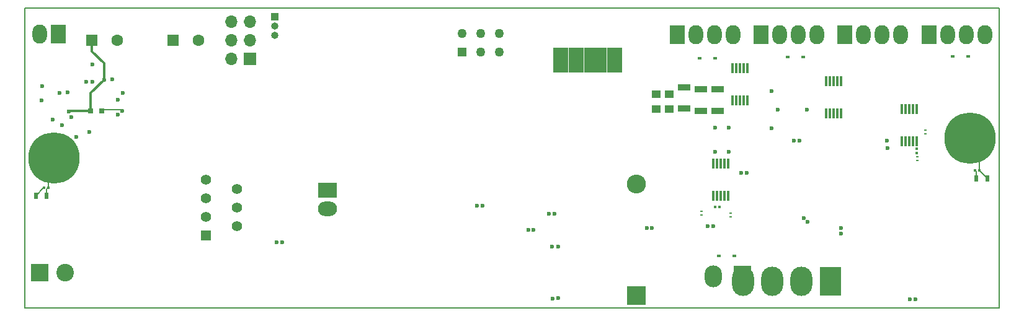
<source format=gbr>
G04 #@! TF.FileFunction,Copper,L6,Bot,Signal*
%FSLAX46Y46*%
G04 Gerber Fmt 4.6, Leading zero omitted, Abs format (unit mm)*
G04 Created by KiCad (PCBNEW 4.0.7) date 06/14/18 22:28:00*
%MOMM*%
%LPD*%
G01*
G04 APERTURE LIST*
%ADD10C,0.100000*%
%ADD11C,0.150000*%
%ADD12R,0.800000X0.750000*%
%ADD13R,1.600000X1.600000*%
%ADD14C,1.600000*%
%ADD15R,0.300000X0.350000*%
%ADD16R,1.250000X1.000000*%
%ADD17R,0.350000X0.300000*%
%ADD18R,2.600000X2.600000*%
%ADD19O,2.600000X2.600000*%
%ADD20R,0.300000X1.450000*%
%ADD21C,7.000000*%
%ADD22R,1.700000X1.700000*%
%ADD23O,1.700000X1.700000*%
%ADD24R,1.000000X1.000000*%
%ADD25O,1.000000X1.000000*%
%ADD26R,2.350000X3.000000*%
%ADD27O,2.350000X3.000000*%
%ADD28C,1.270000*%
%ADD29R,1.270000X1.270000*%
%ADD30R,2.000000X2.600000*%
%ADD31O,2.000000X2.600000*%
%ADD32R,0.430000X0.280000*%
%ADD33R,0.500000X0.900000*%
%ADD34R,1.700000X0.900000*%
%ADD35R,1.397000X1.397000*%
%ADD36C,1.397000*%
%ADD37R,1.100000X0.890000*%
%ADD38R,2.600000X2.000000*%
%ADD39O,2.600000X2.000000*%
%ADD40C,2.400000*%
%ADD41R,2.400000X2.400000*%
%ADD42R,0.600000X0.450000*%
%ADD43R,3.000000X4.000000*%
%ADD44O,3.000000X4.000000*%
%ADD45C,0.600000*%
%ADD46C,0.159000*%
%ADD47C,0.300000*%
G04 APERTURE END LIST*
D10*
D11*
X25000000Y-164000000D02*
X25000000Y-123000000D01*
X158000000Y-164000000D02*
X25000000Y-164000000D01*
X158000000Y-123000000D02*
X158000000Y-164000000D01*
X25000000Y-123000000D02*
X158000000Y-123000000D01*
D12*
X35460000Y-137060000D03*
X33960000Y-137060000D03*
D13*
X45200000Y-127450000D03*
D14*
X48700000Y-127450000D03*
D15*
X119220000Y-150210000D03*
X119780000Y-150210000D03*
D13*
X34100000Y-127450000D03*
D14*
X37600000Y-127450000D03*
D16*
X111180000Y-134800000D03*
X111180000Y-136800000D03*
X112980000Y-134800000D03*
X112980000Y-136800000D03*
D17*
X146740000Y-142280000D03*
X146740000Y-142840000D03*
D15*
X154690000Y-145190000D03*
X155250000Y-145190000D03*
D18*
X108490000Y-162350000D03*
D19*
X108490000Y-147110000D03*
D20*
X118960000Y-144300000D03*
X119460000Y-144300000D03*
X119960000Y-144300000D03*
X120460000Y-144300000D03*
X120960000Y-144300000D03*
X120960000Y-148700000D03*
X120460000Y-148700000D03*
X119960000Y-148700000D03*
X119460000Y-148700000D03*
X118960000Y-148700000D03*
X121580000Y-131200000D03*
X122080000Y-131200000D03*
X122580000Y-131200000D03*
X123080000Y-131200000D03*
X123580000Y-131200000D03*
X123580000Y-135600000D03*
X123080000Y-135600000D03*
X122580000Y-135600000D03*
X122080000Y-135600000D03*
X121580000Y-135600000D03*
X134400000Y-132980000D03*
X134900000Y-132980000D03*
X135400000Y-132980000D03*
X135900000Y-132980000D03*
X136400000Y-132980000D03*
X136400000Y-137380000D03*
X135900000Y-137380000D03*
X135400000Y-137380000D03*
X134900000Y-137380000D03*
X134400000Y-137380000D03*
D21*
X154010000Y-140810000D03*
D22*
X55690000Y-129950000D03*
D23*
X53150000Y-129950000D03*
X55690000Y-127410000D03*
X53150000Y-127410000D03*
X55690000Y-124870000D03*
X53150000Y-124870000D03*
D24*
X59090000Y-124250000D03*
D25*
X59090000Y-125520000D03*
X59090000Y-126790000D03*
D26*
X122950000Y-159700000D03*
D27*
X118990000Y-159700000D03*
D28*
X84690000Y-126480000D03*
X87230000Y-126480000D03*
X89770000Y-126480000D03*
D29*
X84690000Y-129020000D03*
D28*
X87230000Y-129020000D03*
X89770000Y-129020000D03*
D30*
X125520000Y-126650000D03*
D31*
X128060000Y-126650000D03*
X130600000Y-126650000D03*
X133140000Y-126650000D03*
D30*
X114080000Y-126650000D03*
D31*
X116620000Y-126650000D03*
X119160000Y-126650000D03*
X121700000Y-126650000D03*
D30*
X136950000Y-126650000D03*
D31*
X139490000Y-126650000D03*
X142030000Y-126650000D03*
X144570000Y-126650000D03*
D30*
X148400000Y-126650000D03*
D31*
X150940000Y-126650000D03*
X153480000Y-126650000D03*
X156020000Y-126650000D03*
D32*
X117330000Y-150810000D03*
X117330000Y-151330000D03*
X121330000Y-151030000D03*
X121330000Y-151550000D03*
D33*
X154890000Y-146270000D03*
X156390000Y-146270000D03*
D34*
X119520000Y-137050000D03*
X119520000Y-134150000D03*
X117260000Y-137050000D03*
X117260000Y-134150000D03*
X115010000Y-133880000D03*
X115010000Y-136780000D03*
D32*
X146780000Y-143880000D03*
X146780000Y-143360000D03*
X147910000Y-139720000D03*
X147910000Y-140240000D03*
D35*
X49734000Y-154120000D03*
D36*
X53925000Y-152850000D03*
X49734000Y-151580000D03*
X53925000Y-150310000D03*
X49734000Y-149040000D03*
X53925000Y-147770000D03*
X49734000Y-146500000D03*
D37*
X106045000Y-131385000D03*
X106045000Y-130535000D03*
X106045000Y-128835000D03*
X106045000Y-129685000D03*
X104988750Y-129685000D03*
X104988750Y-128835000D03*
X104988750Y-130535000D03*
X104988750Y-131385000D03*
X103932500Y-131385000D03*
X103932500Y-130535000D03*
X103932500Y-128835000D03*
X103932500Y-129685000D03*
X102876250Y-129685000D03*
X102876250Y-128835000D03*
X102876250Y-130535000D03*
X102876250Y-131385000D03*
X101820000Y-131385000D03*
X101820000Y-130535000D03*
X101820000Y-128835000D03*
X101820000Y-129685000D03*
X100763750Y-129685000D03*
X100763750Y-128835000D03*
X100763750Y-130535000D03*
X100763750Y-131385000D03*
X99707500Y-131385000D03*
X99707500Y-130535000D03*
X99707500Y-128835000D03*
X99707500Y-129685000D03*
X98651250Y-129685000D03*
X98651250Y-128835000D03*
X98651250Y-130535000D03*
X98651250Y-131385000D03*
X97595000Y-131385000D03*
X97595000Y-130535000D03*
X97595000Y-128835000D03*
X97595000Y-129685000D03*
D20*
X146710000Y-141200000D03*
X146210000Y-141200000D03*
X145710000Y-141200000D03*
X145210000Y-141200000D03*
X144710000Y-141200000D03*
X144710000Y-136800000D03*
X145210000Y-136800000D03*
X145710000Y-136800000D03*
X146210000Y-136800000D03*
X146710000Y-136800000D03*
D15*
X27610000Y-147590000D03*
X28170000Y-147590000D03*
D21*
X29000000Y-143500000D03*
D33*
X26470000Y-148670000D03*
X27970000Y-148670000D03*
D38*
X66330000Y-147920000D03*
D39*
X66330000Y-150460000D03*
D30*
X29550000Y-126600000D03*
D31*
X27010000Y-126600000D03*
D40*
X30500000Y-159200000D03*
D41*
X27000000Y-159200000D03*
D42*
X119180000Y-129910000D03*
X117080000Y-129910000D03*
X151620000Y-129600000D03*
X153720000Y-129600000D03*
X129130000Y-129720000D03*
X131230000Y-129720000D03*
X121830000Y-156910000D03*
X119730000Y-156910000D03*
D43*
X134950000Y-160350000D03*
D44*
X130987600Y-160350000D03*
X127025200Y-160350000D03*
X123062800Y-160350000D03*
D45*
X109870000Y-153110000D03*
X110610000Y-153090000D03*
X97270000Y-151120000D03*
X96530000Y-151140000D03*
X34180000Y-133140000D03*
X34180000Y-130700000D03*
X28770000Y-138240000D03*
X32020000Y-140650000D03*
X121050000Y-142650000D03*
X119180000Y-142650000D03*
X131300000Y-151700000D03*
X131830000Y-152220000D03*
X123520000Y-145550000D03*
X122770000Y-145530000D03*
X121100000Y-139390000D03*
X119180000Y-139390000D03*
X118960000Y-152830000D03*
X118220000Y-152850000D03*
X96990000Y-155630000D03*
X97770000Y-155620000D03*
X97760000Y-162690000D03*
X97000000Y-162710000D03*
X142710000Y-141180000D03*
X142720000Y-142140000D03*
X129960000Y-141110000D03*
X130700000Y-141110000D03*
X31020000Y-137140000D03*
X35790000Y-132810000D03*
X29760000Y-134600000D03*
X30850000Y-134560000D03*
X146570000Y-162800000D03*
X136390000Y-153110000D03*
X145830000Y-162800000D03*
X136390000Y-153860000D03*
X30050000Y-139000000D03*
X33770000Y-139920000D03*
X37700000Y-137550000D03*
X27320000Y-133730000D03*
X37660000Y-135550000D03*
X33400000Y-133120000D03*
X59330000Y-155030000D03*
X60080000Y-155010000D03*
X94410000Y-153360000D03*
X93710000Y-153360000D03*
X87450000Y-150050000D03*
X86730000Y-150070000D03*
X131750000Y-136890000D03*
X126930000Y-139490000D03*
X127770000Y-136920000D03*
X126910000Y-134400000D03*
X38260000Y-137080000D03*
X36900000Y-132770000D03*
X38360000Y-134650000D03*
X31360000Y-137960000D03*
X27310000Y-135660000D03*
D46*
X154890000Y-146270000D02*
X154890000Y-145390000D01*
X154890000Y-145390000D02*
X154690000Y-145190000D01*
X27610000Y-147590000D02*
X27550000Y-147590000D01*
X27550000Y-147590000D02*
X26470000Y-148670000D01*
D47*
X33960000Y-137060000D02*
X31100000Y-137060000D01*
X31100000Y-137060000D02*
X31020000Y-137140000D01*
X34100000Y-127450000D02*
X34100000Y-128910000D01*
X35790000Y-130600000D02*
X35790000Y-132810000D01*
X34100000Y-128910000D02*
X35790000Y-130600000D01*
X33960000Y-134640000D02*
X33960000Y-137060000D01*
X35790000Y-132810000D02*
X33960000Y-134640000D01*
D46*
X28170000Y-147590000D02*
X28170000Y-144330000D01*
X28170000Y-144330000D02*
X29000000Y-143500000D01*
X27970000Y-148670000D02*
X27970000Y-147790000D01*
X27970000Y-147790000D02*
X28170000Y-147590000D01*
X155250000Y-145190000D02*
X155250000Y-142050000D01*
X155250000Y-142050000D02*
X154010000Y-140810000D01*
X155250000Y-145190000D02*
X155310000Y-145190000D01*
X155310000Y-145190000D02*
X156390000Y-146270000D01*
X38260000Y-137080000D02*
X38110000Y-136930000D01*
X38110000Y-136930000D02*
X35590000Y-136930000D01*
X35590000Y-136930000D02*
X35460000Y-137060000D01*
M02*

</source>
